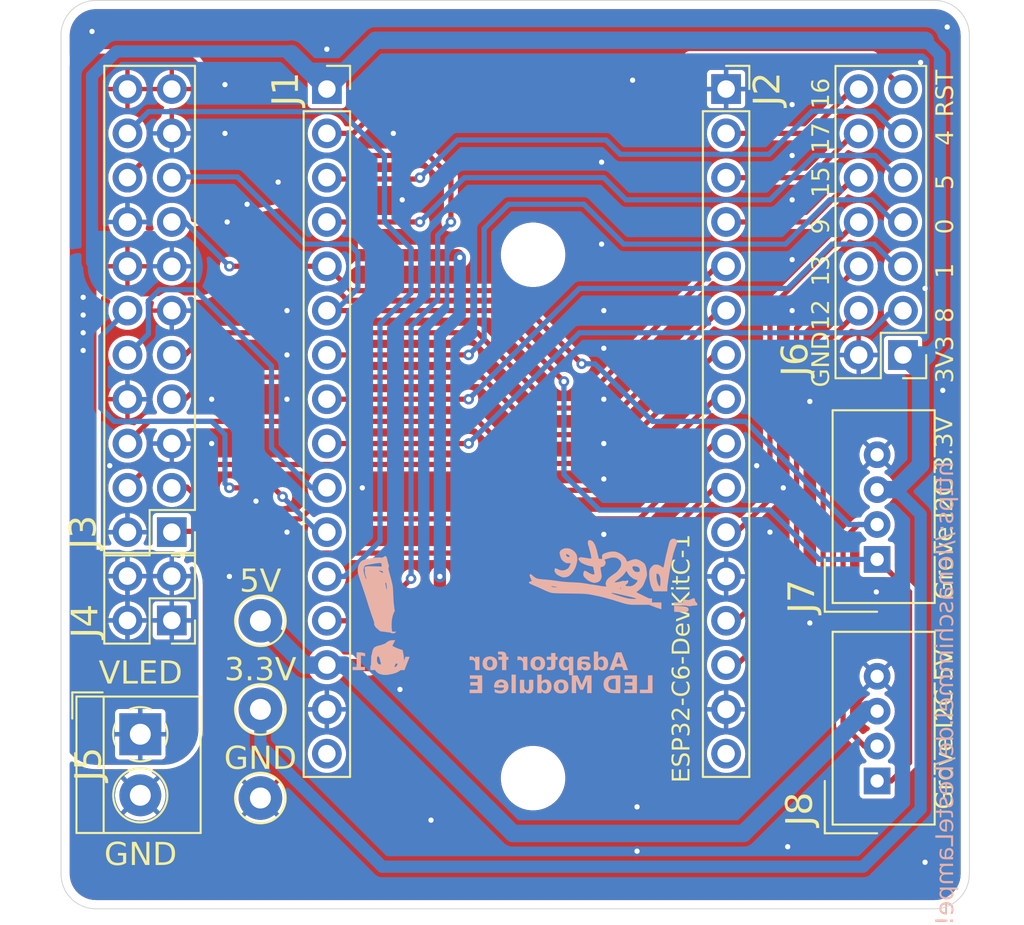
<source format=kicad_pcb>
(kicad_pcb (version 20240108) (generator "pcbnew") (generator_version "8.0")
  (title_block (title "besteLampe! LED Module E Adaptor") (date "2024-07-02") (rev "1.1") (comment 1 "See  https://lenaschimmel.de/besteLampe! for the source and more information") (comment 2 "This source describes Open Hardware and is licensed under the CERN-OHL-S v2.") (comment 3 "Copyright 2024 Lena Schimmel <mail@lenaschimmel.de>") (comment 4 "Design for JLCPCB 2 Layer Service"))
  (layers (0 "F.Cu" signal) (31 "B.Cu" signal) (34 "B.Paste" user) (35 "F.Paste" user) (36 "B.SilkS" user "B.Silkscreen") (37 "F.SilkS" user "F.Silkscreen") (38 "B.Mask" user) (39 "F.Mask" user) (44 "Edge.Cuts" user))
  (net 0 "")
  (net 1 "/LED_8")
  (net 2 "/SDA")
  (net 3 "/SCL")
  (net 4 "/ENABLE")
  (net 5 "GND")
  (net 6 "/LED_7")
  (net 7 "/ALERT")
  (net 8 "+5V")
  (net 10 "+3.3V")
  (net 11 "/LED_6")
  (net 12 "/LED_3")
  (net 14 "/LED_1")
  (net 15 "/LED_4")
  (net 16 "/LED_2")
  (net 17 "/LED_5")
  (net 18 "+4V")
  (net 19 "Net-(J1-Pin_9)")
  (net 20 "Net-(J1-Pin_2)")
  (net 21 "Net-(J1-Pin_8)")
  (net 22 "Net-(J1-Pin_7)")
  (net 23 "Net-(J1-Pin_4)")
  (net 24 "Net-(J1-Pin_3)")
  (net 25 "Net-(J2-Pin_13)")
  (net 26 "Net-(J2-Pin_4)")
  (net 27 "Net-(J2-Pin_2)")
  (net 28 "Net-(J2-Pin_14)")
  (net 29 "Net-(J2-Pin_11)")
  (net 30 "Net-(J2-Pin_3)")
  (footprint "Connector_PinHeader_2.54mm:PinHeader_2x07_P2.54mm_Vertical" (layer "F.Cu") (at 76.205 78.745 180)
    (property "Reference" "J6")
    (property "Value" "Conn_02x07_Odd_Even")
  )
  (footprint "MountingHole:MountingHole_3.2mm_M3" (layer "F.Cu") (at 55 103)
    (property "Reference" "H3" (hide yes))
    (property "Value" "MountingHole")
  )
  (footprint "Connector_PinHeader_2.54mm:PinHeader_2x02_P2.54mm_Vertical" (layer "F.Cu") (at 34.29 93.96 180)
    (property "Reference" "J4")
    (property "Value" "Conn_02x02_Odd_Even")
  )
  (footprint "Connector:NS-Tech_Grove_1x04_P2mm_Vertical" (layer "F.Cu") (at 74.7225 103.1625 180)
    (property "Reference" "J8")
    (property "Value" "Grove I2C 5V")
  )
  (footprint "TestPoint:TestPoint_THTPad_D2.5mm_Drill1.2mm" (layer "F.Cu") (at 39.37 93.98)
    (property "Reference" "H5" (hide yes))
    (property "Value" "MountingHole_Pad")
  )
  (footprint "TestPoint:TestPoint_THTPad_D2.5mm_Drill1.2mm" (layer "F.Cu") (at 39.37 104.14)
    (property "Reference" "H1" (hide yes))
    (property "Value" "MountingHole_Pad")
  )
  (footprint "Connector_PinSocket_2.54mm:PinSocket_1x16_P2.54mm_Vertical" (layer "F.Cu") (at 66.065 63.5)
    (property "Reference" "J2")
    (property "Value" "Conn_01x16_Socket")
  )
  (footprint "Connector_PinHeader_2.54mm:PinHeader_2x11_P2.54mm_Vertical" (layer "F.Cu") (at 34.29 88.9 180)
    (property "Reference" "J3")
    (property "Value" "Conn_02x11_Odd_Even")
  )
  (footprint "TestPoint:TestPoint_THTPad_D2.5mm_Drill1.2mm" (layer "F.Cu") (at 39.37 99.06)
    (property "Reference" "H4" (hide yes))
    (property "Value" "MountingHole_Pad")
  )
  (footprint "MountingHole:MountingHole_3.2mm_M3" (layer "F.Cu") (at 55 73)
    (property "Reference" "H2" (hide yes))
    (property "Value" "MountingHole")
  )
  (footprint "Symbol:OSHW-Logo_7.5x8mm_Copper" (layer "F.Cu") (at 55 95.25)
    (property "Reference" "REF**" (hide yes))
    (property "Value" "OSHW-Logo_7.5x8mm_Copper" (hide yes))
  )
  (footprint "Connector:NS-Tech_Grove_1x04_P2mm_Vertical" (layer "F.Cu") (at 74.7225 90.4625 180)
    (property "Reference" "J7")
    (property "Value" "Grove I2C 3.3V")
  )
  (footprint "TerminalBlock_4Ucon:TerminalBlock_4Ucon_1x02_P3.50mm_Horizontal" (layer "F.Cu") (at 32.485 100.485 -90)
    (property "Reference" "J5")
    (property "Value" "Screw_Terminal_01x02")
  )
  (footprint "Connector_PinSocket_2.54mm:PinSocket_1x16_P2.54mm_Vertical" (layer "F.Cu") (at 43.18 63.5)
    (property "Reference" "J1")
    (property "Value" "Conn_01x16_Socket")
  )
  (footprint "LOGO" (layer "B.Cu") (at 54.483 93.091 180)
    (property "Reference" "G***" (hide yes))
    (property "Value" "LOGO" (hide yes))
  )
  (gr_line (start 27.94 108.49) (end 27.94 60.42) (stroke (width 0.05)) (layer "Edge.Cuts"))
  (gr_arc (start 27.94 60.42) (mid 28.525786 59.005786) (end 29.94 58.42) (stroke (width 0.05)) (layer "Edge.Cuts"))
  (gr_line (start 78.01 110.49) (end 29.94 110.49) (stroke (width 0.05)) (layer "Edge.Cuts"))
  (gr_arc (start 78.01 58.42) (mid 79.424214 59.005786) (end 80.01 60.42) (stroke (width 0.05)) (layer "Edge.Cuts"))
  (gr_line (start 80.01 60.42) (end 80.01 108.49) (stroke (width 0.05)) (layer "Edge.Cuts"))
  (gr_arc (start 80.01 108.49) (mid 79.424214 109.904214) (end 78.01 110.49) (stroke (width 0.05)) (layer "Edge.Cuts"))
  (gr_line (start 29.94 58.42) (end 78.01 58.42) (stroke (width 0.05)) (layer "Edge.Cuts"))
  (gr_arc (start 29.94 110.49) (mid 28.525786 109.904214) (end 27.94 108.49) (stroke (width 0.05)) (layer "Edge.Cuts"))
  (gr_text "https://lenaschimmel.de/besteLampe!" (at 79.248 84.836 90) (layer "B.SilkS") (effects (font (size 1 1) (thickness 0.125)) (justify left bottom mirror)))
  (gr_text "LED Module E" (at 61.976 98.298 0) (layer "B.SilkS") (effects (font (size 1 1) (thickness 0.2) (bold yes)) (justify left bottom mirror)))
  (gr_text "Adaptor for       v1.1" (at 60.452 96.978502 0) (layer "B.SilkS") (effects (font (size 1 1) (thickness 0.2) (bold yes)) (justify left bottom mirror)))
  (gr_text "Grove I2C 5V" (at 79.2 100.2 90) (layer "F.SilkS") (effects (font (size 1 1) (thickness 0.25)) (justify bottom)))
  (gr_text "1" (at 79.248 73.914 90) (layer "F.SilkS") (effects (font (size 1 1) (thickness 0.3)) (justify bottom)))
  (gr_text "RST" (at 79.248 63.754 90) (layer "F.SilkS") (effects (font (size 1 1) (thickness 0.3)) (justify bottom)))
  (gr_text "5V" (at 39.37 92.53 0) (layer "F.SilkS") (effects (font (size 1.3 1.3) (thickness 0.3)) (justify bottom)))
  (gr_text "3.3V" (at 39.37 97.61 0) (layer "F.SilkS") (effects (font (size 1.3 1.3) (thickness 0.3)) (justify bottom)))
  (gr_text "GND" (at 72.136 78.994 90) (layer "F.SilkS") (effects (font (size 1 1) (thickness 0.3)) (justify bottom)))
  (gr_text "4" (at 79.248 66.294 90) (layer "F.SilkS") (effects (font (size 1 1) (thickness 0.3)) (justify bottom)))
  (gr_text "16" (at 72.136 63.754 90) (layer "F.SilkS") (effects (font (size 1 1) (thickness 0.3)) (justify bottom)))
  (gr_text "GND" (at 39.37 102.69 0) (layer "F.SilkS") (effects (font (size 1.3 1.3) (thickness 0.3)) (justify bottom)))
  (gr_text "VLED" (at 32.5 97.8 0) (layer "F.SilkS") (effects (font (size 1.3 1.3) (thickness 0.25)) (justify bottom)))
  (gr_text "GND" (at 32.5 108.2 0) (layer "F.SilkS") (effects (font (size 1.3 1.3) (thickness 0.3)) (justify bottom)))
  (gr_text "9" (at 72.136 71.374 90) (layer "F.SilkS") (effects (font (size 1 1) (thickness 0.3)) (justify bottom)))
  (gr_text "13" (at 72.136 73.914 90) (layer "F.SilkS") (effects (font (size 1 1) (thickness 0.25)) (justify bottom)))
  (gr_text "Grove I2C 3.3V" (at 79.2 87.5 90) (layer "F.SilkS") (effects (font (size 1 1) (thickness 0.25)) (justify bottom)))
  (gr_text "5" (at 79.248 68.834 90) (layer "F.SilkS") (effects (font (size 1 1) (thickness 0.3)) (justify bottom)))
  (gr_text "17" (at 72.136 66.294 90) (layer "F.SilkS") (effects (font (size 1 1) (thickness 0.3)) (justify bottom)))
  (gr_text "15" (at 72.136 68.834 90) (layer "F.SilkS") (effects (font (size 1 1) (thickness 0.3)) (justify bottom)))
  (gr_text "0" (at 79.248 71.374 90) (layer "F.SilkS") (effects (font (size 1 1) (thickness 0.3)) (justify bottom)))
  (gr_text "12" (at 72.136 76.454 90) (layer "F.SilkS") (effects (font (size 1 1) (thickness 0.25)) (justify bottom)))
  (gr_text "8" (at 79.248 76.454 90) (layer "F.SilkS") (effects (font (size 1 1) (thickness 0.3)) (justify bottom)))
  (gr_text "3V3" (at 79.248 78.994 90) (layer "F.SilkS") (effects (font (size 1 1) (thickness 0.3)) (justify bottom)))
  (gr_text "ESP32-C6-DevKitC-1" (at 64.135 96.139 90) (layer "F.SilkS") (effects (font (size 1 1) (thickness 0.3)) (justify bottom)))
  (segment (start 40.132 86.36) (end 37.592 86.36) (width 0.3) (layer "F.Cu") (net 1))
  (segment (start 40.64 86.868) (end 40.132 86.36) (width 0.3) (layer "F.Cu") (net 1))
  (via (at 40.64 86.868) (size 0.6) (drill 0.3) (layers "F.Cu" "B.Cu") (net 1))
  (via (at 37.592 86.36) (size 0.6) (drill 0.3) (layers "F.Cu" "B.Cu") (net 1))
  (segment (start 30.226 81.788) (end 30.226 77.684) (width 0.3) (layer "B.Cu") (net 1))
  (segment (start 30.226 77.684) (end 31.755 76.155) (width 0.3) (layer "B.Cu") (net 1))
  (segment (start 37.592 86.36) (end 37.338 86.106) (width 0.3) (layer "B.Cu") (net 1))
  (segment (start 30.988 82.55) (end 30.226 81.788) (width 0.3) (layer "B.Cu") (net 1))
  (segment (start 37.338 83.312) (end 36.576 82.55) (width 0.3) (layer "B.Cu") (net 1))
  (segment (start 43.18 88.9) (end 42.777943 88.9) (width 0.3) (layer "B.Cu") (net 1))
  (segment (start 42.672 88.9) (end 43.18 88.9) (width 0.3) (layer "B.Cu") (net 1))
  (segment (start 36.576 82.55) (end 30.988 82.55) (width 0.3) (layer "B.Cu") (net 1))
  (segment (start 40.64 86.868) (end 42.672 88.9) (width 0.3) (layer "B.Cu") (net 1))
  (segment (start 37.338 86.106) (end 37.338 83.312) (width 0.3) (layer "B.Cu") (net 1))
  (segment (start 72.771 89.33637) (end 72.771 99.949) (width 0.3) (layer "F.Cu") (net 2))
  (segment (start 43.18 73.66) (end 37.592 73.66) (width 0.3) (layer "F.Cu") (net 2))
  (segment (start 53.594 75.057) (end 57.785 79.248) (width 0.3) (layer "F.Cu") (net 2))
  (segment (start 44.577 75.057) (end 53.594 75.057) (width 0.3) (layer "F.Cu") (net 2))
  (segment (start 73.9845 101.1625) (end 74.7225 101.1625) (width 0.3) (layer "F.Cu") (net 2))
  (segment (start 73.64487 88.4625) (end 72.771 89.33637) (width 0.3) (layer "F.Cu") (net 2))
  (segment (start 43.18 73.66) (end 44.577 75.057) (width 0.3) (layer "F.Cu") (net 2))
  (segment (start 72.771 99.949) (end 73.9845 101.1625) (width 0.3) (layer "F.Cu") (net 2))
  (segment (start 74.7225 88.4625) (end 73.64487 88.4625) (width 0.3) (layer "F.Cu") (net 2))
  (via (at 57.785 79.248) (size 0.6) (drill 0.3) (layers "F.Cu" "B.Cu") (net 2))
  (via (at 37.592 73.66) (size 0.6) (drill 0.3) (layers "F.Cu" "B.Cu") (net 2))
  (segment (start 75.2545 88.4625) (end 74.7225 88.4625) (width 0.3) (layer "B.Cu") (net 2))
  (segment (start 57.785 79.248) (end 58.547 79.248) (width 0.3) (layer "B.Cu") (net 2))
  (segment (start 58.547 79.248) (end 61.849 82.55) (width 0.3) (layer "B.Cu") (net 2))
  (segment (start 35.007 71.075) (end 34.295 71.075) (width 0.3) (layer "B.Cu") (net 2))
  (segment (start 73.0955 88.4625) (end 74.7225 88.4625) (width 0.3) (layer "B.Cu") (net 2))
  (segment (start 67.183 82.55) (end 73.0955 88.4625) (width 0.3) (layer "B.Cu") (net 2))
  (segment (start 61.849 82.55) (end 67.183 82.55) (width 0.3) (layer "B.Cu") (net 2))
  (segment (start 37.592 73.66) (end 35.007 71.075) (width 0.3) (layer "B.Cu") (net 2))
  (segment (start 74.7225 90.4625) (end 76.581 92.321) (width 0.3) (layer "F.Cu") (net 3))
  (segment (start 52.705 76.2) (end 56.769 80.264) (width 0.3) (layer "F.Cu") (net 3))
  (segment (start 75.5265 103.1625) (end 74.7225 103.1625) (width 0.3) (layer "F.Cu") (net 3))
  (segment (start 43.18 76.2) (end 52.705 76.2) (width 0.3) (layer "F.Cu") (net 3))
  (segment (start 76.581 102.108) (end 75.5265 103.1625) (width 0.3) (layer "F.Cu") (net 3))
  (segment (start 76.581 92.321) (end 76.581 102.108) (width 0.3) (layer "F.Cu") (net 3))
  (via (at 56.769 80.264) (size 0.6) (drill 0.3) (layers "F.Cu" "B.Cu") (net 3))
  (segment (start 58.801 87.63) (end 68.58 87.63) (width 0.3) (layer "B.Cu") (net 3))
  (segment (start 56.769 85.598) (end 58.801 87.63) (width 0.3) (layer "B.Cu") (net 3))
  (segment (start 38.055 68.535) (end 41.91 72.39) (width 0.3) (layer "B.Cu") (net 3))
  (segment (start 71.4125 90.4625) (end 74.7225 90.4625) (width 0.3) (layer "B.Cu") (net 3))
  (segment (start 43.688 76.2) (end 43.18 76.2) (width 0.3) (layer "B.Cu") (net 3))
  (segment (start 44.958 74.93) (end 43.688 76.2) (width 0.3) (layer "B.Cu") (net 3))
  (segment (start 34.295 68.535) (end 38.055 68.535) (width 0.3) (layer "B.Cu") (net 3))
  (segment (start 44.45 72.39) (end 44.958 72.898) (width 0.3) (layer "B.Cu") (net 3))
  (segment (start 68.58 87.63) (end 71.4125 90.4625) (width 0.3) (layer "B.Cu") (net 3))
  (segment (start 41.91 72.39) (end 44.45 72.39) (width 0.3) (layer "B.Cu") (net 3))
  (segment (start 56.769 80.264) (end 56.769 85.598) (width 0.3) (layer "B.Cu") (net 3))
  (segment (start 44.958 72.898) (end 44.958 74.93) (width 0.3) (layer "B.Cu") (net 3))
  (segment (start 46.482 67.31) (end 46.482 71.12) (width 0.3) (layer "B.Cu") (net 4))
  (segment (start 43.967 64.795) (end 46.482 67.31) (width 0.3) (layer "B.Cu") (net 4))
  (segment (start 46.228 89.408) (end 44.196 91.44) (width 0.3) (layer "B.Cu") (net 4))
  (segment (start 48.006 72.644) (end 48.006 75.184) (width 0.3) (layer "B.Cu") (net 4))
  (segment (start 46.228 76.962) (end 46.228 89.408) (width 0.3) (layer "B.Cu") (net 4))
  (segment (start 31.755 65.995) (end 32.955 64.795) (width 0.3) (layer "B.Cu") (net 4))
  (segment (start 44.196 91.44) (end 43.18 91.44) (width 0.3) (layer "B.Cu") (net 4))
  (segment (start 32.955 64.795) (end 43.967 64.795) (width 0.3) (layer "B.Cu") (net 4))
  (segment (start 48.006 75.184) (end 46.228 76.962) (width 0.3) (layer "B.Cu") (net 4))
  (segment (start 46.482 71.12) (end 48.006 72.644) (width 0.3) (layer "B.Cu") (net 4))
  (via (at 68.58 88.9) (size 0.6) (drill 0.3) (layers "F.Cu" "B.Cu") (net 5))
  (via (at 70.866 81.407) (size 0.6) (drill 0.3) (layers "F.Cu" "B.Cu") (net 5))
  (via (at 69.85 73.279) (size 0.6) (drill 0.3) (layers "F.Cu" "B.Cu") (net 5))
  (via (at 37.465 71.12) (size 0.6) (drill 0.3) (layers "F.Cu" "B.Cu") (net 5))
  (via (at 30.734 85.09) (size 0.6) (drill 0.3) (layers "F.Cu" "B.Cu") (net 5))
  (via (at 78.74 59.944) (size 0.6) (drill 0.3) (layers "F.Cu" "B.Cu") (net 5))
  (via (at 69.596 106.934) (size 0.6) (drill 0.3) (layers "F.Cu" "B.Cu") (net 5))
  (via (at 46.99 66.04) (size 0.6) (drill 0.3) (layers "F.Cu" "B.Cu") (net 5))
  (via (at 40.386 68.834) (size 0.6) (drill 0.3) (layers "F.Cu" "B.Cu") (net 5))
  (via (at 39.116 87.122) (size 0.6) (drill 0.3) (layers "F.Cu" "B.Cu") (net 5))
  (via (at 59.055 81.28) (size 0.6) (drill 0.3) (layers "F.Cu" "B.Cu") (net 5))
  (via (at 77.47 107.823) (size 0.6) (drill 0.3) (layers "F.Cu" "B.Cu") (net 5))
  (via (at 38.608 70.104) (size 0.6) (drill 0.3) (layers "F.Cu" "B.Cu") (net 5))
  (via (at 36.576 81.28) (size 0.6) (drill 0.3) (layers "F.Cu" "B.Cu") (net 5))
  (via (at 60.96 104.648) (size 0.6) (drill 0.3) (layers "F.Cu" "B.Cu") (net 5))
  (via (at 29.718 60.198) (size 0.6) (drill 0.3) (layers "F.Cu" "B.Cu") (net 5))
  (via (at 59.055 83.82) (size 0.6) (drill 0.3) (layers "F.Cu" "B.Cu") (net 5))
  (via (at 40.894 76.2) (size 0.6) (drill 0.3) (layers "F.Cu" "B.Cu") (net 5))
  (via (at 69.85 67.31) (size 0.6) (drill 0.3) (layers "F.Cu" "B.Cu") (net 5))
  (via (at 74.676 92.329) (size 0.6) (drill 0.3) (layers "F.Cu" "B.Cu") (net 5))
  (via (at 58.928 72.39) (size 0.6) (drill 0.3) (layers "F.Cu" "B.Cu") (net 5))
  (via (at 47.371 97.917) (size 0.6) (drill 0.3) (layers "F.Cu" "B.Cu") (net 5))
  (via (at 60.96 107.188) (size 0.6) (drill 0.3) (layers "F.Cu" "B.Cu") (net 5))
  (via (at 49.149 105.41) (size 0.6) (drill 0.3) (layers "F.Cu" "B.Cu") (net 5))
  (via (at 40.894 88.9) (size 0.6) (drill 0.3) (layers "F.Cu" "B.Cu") (net 5))
  (via (at 67.818 85.09) (size 0.6) (drill 0.3) (layers "F.Cu" "B.Cu") (net 5))
  (via (at 43.18 61.214) (size 0.6) (drill 0.3) (layers "F.Cu" "B.Cu") (net 5))
  (via (at 77.216 61.976) (size 0.6) (drill 0.3) (layers "F.Cu" "B.Cu") (net 5))
  (via (at 45.212 86.36) (size 0.6) (drill 0.3) (layers "F.Cu" "B.Cu") (net 5))
  (via (at 36.576 83.82) (size 0.6) (drill 0.3) (layers "F.Cu" "B.Cu") (net 5))
  (via (at 60.706 62.992) (size 0.6) (drill 0.3) (layers "F.Cu" "B.Cu") (net 5))
  (via (at 58.928 67.691) (size 0.6) (drill 0.3) (layers "F.Cu" "B.Cu") (net 5))
  (via (at 77.47 74.93) (size 0.6) (drill 0.3) (layers "F.Cu" "B.Cu") (net 5))
  (via (at 37.592 91.44) (size 0.6) (drill 0.3) (layers "F.Cu" "B.Cu") (net 5))
  (via (at 69.85 69.85) (size 0.6) (drill 0.3) (layers "F.Cu" "B.Cu") (net 5))
  (via (at 69.342 86.36) (size 0.6) (drill 0.3) (layers "F.Cu" "B.Cu") (net 5))
  (via (at 59.055 85.852) (size 0.6) (drill 0.3) (layers "F.Cu" "B.Cu") (net 5))
  (via (at 59.055 76.2) (size 0.6) (drill 0.3) (layers "F.Cu" "B.Cu") (net 5))
  (via (at 47.498 69.85) (size 0.6) (drill 0.3) (layers "F.Cu" "B.Cu") (net 5))
  (via (at 59.055 78.359) (size 0.6) (drill 0.3) (layers "F.Cu" "B.Cu") (net 5))
  (via (at 40.894 78.74) (size 0.6) (drill 0.3) (layers "F.Cu" "B.Cu") (net 5))
  (via (at 59.055 89.027) (size 0.6) (drill 0.3) (layers "F.Cu" "B.Cu") (net 5))
  (via (at 70.866 94.107) (size 0.6) (drill 0.3) (layers "F.Cu" "B.Cu") (net 5))
  (via (at 69.85 64.389) (size 0.6) (drill 0.3) (layers "F.Cu" "B.Cu") (net 5))
  (via (at 78.486 80.772) (size 0.6) (drill 0.3) (layers "F.Cu" "B.Cu") (net 5))
  (via (at 37.338 63.246) (size 0.6) (drill 0.3) (layers "F.Cu" "B.Cu") (net 5))
  (via (at 40.894 81.28) (size 0.6) (drill 0.3) (layers "F.Cu" "B.Cu") (net 5))
  (via (at 69.85 76.2) (size 0.6) (drill 0.3) (layers "F.Cu" "B.Cu") (net 5))
  (via (at 37.338 66.04) (size 0.6) (drill 0.3) (layers "F.Cu" "B.Cu") (net 5))
  (segment (start 42.291 86.36) (end 40.005 84.074) (width 0.3) (layer "B.Cu") (net 6))
  (segment (start 32.95 75.635) (end 32.95 77.54) (width 0.3) (layer "B.Cu") (net 6))
  (segment (start 32.95 77.54) (end 31.75 78.74) (width 0.3) (layer "B.Cu") (net 6))
  (segment (start 40.005 84.074) (end 40.005 79.375) (width 0.3) (layer "B.Cu") (net 6))
  (segment (start 43.18 86.36) (end 42.291 86.36) (width 0.3) (layer "B.Cu") (net 6))
  (segment (start 33.585 75) (end 32.95 75.635) (width 0.3) (layer "B.Cu") (net 6))
  (segment (start 40.005 79.375) (end 35.63 75) (width 0.3) (layer "B.Cu") (net 6))
  (segment (start 35.63 75) (end 33.585 75) (width 0.3) (layer "B.Cu") (net 6))
  (segment (start 50.292 68.58) (end 49.022 67.31) (width 0.3) (layer "F.Cu") (net 7))
  (segment (start 45.593 93.98) (end 43.18 93.98) (width 0.3) (layer "F.Cu") (net 7))
  (segment (start 48.006 91.567) (end 45.593 93.98) (width 0.3) (layer "F.Cu") (net 7))
  (segment (start 50.292 71.12) (end 50.292 68.58) (width 0.3) (layer "F.Cu") (net 7))
  (segment (start 32.98 67.31) (end 31.755 68.535) (width 0.3) (layer "F.Cu") (net 7))
  (segment (start 49.022 67.31) (end 32.98 67.31) (width 0.3) (layer "F.Cu") (net 7))
  (via (at 48.006 91.567) (size 0.6) (drill 0.3) (layers "F.Cu" "B.Cu") (net 7))
  (via (at 50.292 71.12) (size 0.6) (drill 0.3) (layers "F.Cu" "B.Cu") (net 7))
  (segment (start 50.292 71.12) (end 49.53 71.882) (width 0.3) (layer "B.Cu") (net 7))
  (segment (start 48.006 77.089) (end 48.006 91.567) (width 0.3) (layer "B.Cu") (net 7))
  (segment (start 49.53 75.565) (end 48.006 77.089) (width 0.3) (layer "B.Cu") (net 7))
  (segment (start 49.53 71.882) (end 49.53 75.565) (width 0.3) (layer "B.Cu") (net 7))
  (segment (start 44.831 73.025) (end 44.704 72.898) (width 0.7) (layer "F.Cu") (net 8))
  (segment (start 45.593 96.52) (end 43.18 96.52) (width 0.7) (layer "F.Cu") (net 8))
  (segment (start 50.8 73.152) (end 50.673 73.025) (width 0.7) (layer "F.Cu") (net 8))
  (segment (start 49.657 92.456) (end 45.593 96.52) (width 0.7) (layer "F.Cu") (net 8))
  (segment (start 49.657 91.44) (end 49.657 92.456) (width 0.7) (layer "F.Cu") (net 8))
  (segment (start 50.673 73.025) (end 44.831 73.025) (width 0.7) (layer "F.Cu") (net 8))
  (via (at 50.8 73.152) (size 0.6) (drill 0.3) (layers "F.Cu" "B.Cu") (net 8))
  (via (at 49.657 91.44) (size 0.6) (drill 0.3) (layers "F.Cu" "B.Cu") (net 8))
  (segment (start 74.549 99.06) (end 74.168 99.06) (width 1) (layer "B.Cu") (net 8))
  (segment (start 44.196 96.52) (end 43.18 96.52) (width 1) (layer "B.Cu") (net 8))
  (segment (start 41.91 96.52) (end 39.37 93.98) (width 1) (layer "B.Cu") (net 8))
  (segment (start 49.657 77.597) (end 49.657 91.44) (width 0.7) (layer "B.Cu") (net 8))
  (segment (start 67.056 106.172) (end 53.848 106.172) (width 1) (layer "B.Cu") (net 8))
  (segment (start 43.18 96.52) (end 41.91 96.52) (width 1) (layer "B.Cu") (net 8))
  (segment (start 43.18 96.52) (end 43.688 96.52) (width 0.7) (layer "B.Cu") (net 8))
  (segment (start 74.168 99.06) (end 67.056 106.172) (width 1) (layer "B.Cu") (net 8))
  (segment (start 53.848 106.172) (end 44.196 96.52) (width 1) (layer "B.Cu") (net 8))
  (segment (start 50.8 76.454) (end 49.657 77.597) (width 0.7) (layer "B.Cu") (net 8))
  (segment (start 50.8 73.152) (end 50.8 76.454) (width 0.7) (layer "B.Cu") (net 8))
  (segment (start 77.486 60.706) (end 78.32 61.54) (width 0.7) (layer "B.Cu") (net 10))
  (segment (start 77.216 104.775) (end 73.914 108.077) (width 0.7) (layer "B.Cu") (net 10))
  (segment (start 29.718 73.406) (end 29.972 73.66) (width 0.7) (layer "B.Cu") (net 10))
  (segment (start 41.021 61.341) (end 31.115 61.341) (width 0.7) (layer "B.Cu") (net 10))
  (segment (start 46.355 108.077) (end 39.37 101.092) (width 0.7) (layer "B.Cu") (net 10))
  (segment (start 78.32 78.017) (end 77.592 78.745) (width 0.7) (layer "B.Cu") (net 10))
  (segment (start 43.18 63.5) (end 44.2595 62.4205) (width 1) (layer "B.Cu") (net 10))
  (segment (start 45.974 60.706) (end 44.2595 62.4205) (width 1) (layer "B.Cu") (net 10))
  (segment (start 77.216 79.756) (end 77.216 80.264) (width 1) (layer "B.Cu") (net 10))
  (segment (start 77.216 87.87837) (end 77.216 104.775) (width 0.7) (layer "B.Cu") (net 10))
  (segment (start 77.486 60.706) (end 45.974 60.706) (width 1) (layer "B.Cu") (net 10))
  (segment (start 77.216 79.121) (end 77.592 78.745) (width 1) (layer "B.Cu") (net 10))
  (segment (start 77.216 80.264) (end 77.216 85.04663) (width 1) (layer "B.Cu") (net 10))
  (segment (start 43.18 63.5) (end 41.148 61.468) (width 1) (layer "B.Cu") (net 10))
  (segment (start 76.205 78.745) (end 77.592 78.745) (width 1) (layer "B.Cu") (net 10))
  (segment (start 39.37 101.092) (end 39.37 99.06) (width 0.7) (layer "B.Cu") (net 10))
  (segment (start 44.196 62.484) (end 42.164 62.484) (width 1) (layer "B.Cu") (net 10))
  (segment (start 77.216 80.264) (end 77.216 79.121) (width 1) (layer "B.Cu") (net 10))
  (segment (start 73.914 108.077) (end 46.355 108.077) (width 0.7) (layer "B.Cu") (net 10))
  (segment (start 31.115 61.341) (end 29.718 62.738) (width 0.7) (layer "B.Cu") (net 10))
  (segment (start 41.148 61.468) (end 41.021 61.341) (width 0.7) (layer "B.Cu") (net 10))
  (segment (start 75.80013 86.4625) (end 77.216 87.87837) (width 0.7) (layer "B.Cu") (net 10))
  (segment (start 78.32 61.54) (end 78.32 78.017) (width 0.7) (layer "B.Cu") (net 10))
  (segment (start 77.216 85.04663) (end 75.80013 86.4625) (width 1) (layer "B.Cu") (net 10))
  (segment (start 29.718 62.738) (end 29.718 73.406) (width 0.7) (layer "B.Cu") (net 10))
  (segment (start 76.205 78.745) (end 77.216 79.756) (width 1) (layer "B.Cu") (net 10))
  (segment (start 44.2595 62.4205) (end 44.196 62.484) (width 1) (layer "B.Cu") (net 10))
  (segment (start 75.80013 86.4625) (end 74.7225 86.4625) (width 1) (layer "B.Cu") (net 10))
  (segment (start 57.404 81.788) (end 56.134 81.788) (width 0.3) (layer "F.Cu") (net 11))
  (segment (start 36.322 77.47) (end 35.097 78.695) (width 0.3) (layer "F.Cu") (net 11))
  (segment (start 35.097 78.695) (end 34.295 78.695) (width 0.3) (layer "F.Cu") (net 11))
  (segment (start 51.816 77.47) (end 36.322 77.47) (width 0.3) (layer "F.Cu") (net 11))
  (segment (start 66.04 73.66) (end 65.532 73.66) (width 0.3) (layer "F.Cu") (net 11))
  (segment (start 65.532 73.66) (end 57.404 81.788) (width 0.3) (layer "F.Cu") (net 11))
  (segment (start 56.134 81.788) (end 51.816 77.47) (width 0.3) (layer "F.Cu") (net 11))
  (segment (start 60.183 86.502) (end 52.282 86.502) (width 0.3) (layer "F.Cu") (net 12))
  (segment (start 33.05 85.02) (end 31.755 86.315) (width 0.3) (layer "F.Cu") (net 12))
  (segment (start 52.282 86.502) (end 50.8 85.02) (width 0.3) (layer "F.Cu") (net 12))
  (segment (start 66.04 81.28) (end 65.405 81.28) (width 0.3) (layer "F.Cu") (net 12))
  (segment (start 50.8 85.02) (end 33.05 85.02) (width 0.3) (layer "F.Cu") (net 12))
  (segment (start 65.405 81.28) (end 60.183 86.502) (width 0.3) (layer "F.Cu") (net 12))
  (segment (start 34.295 88.855) (end 35.515 88.855) (width 0.3) (layer "F.Cu") (net 14))
  (segment (start 36.76 90.1) (end 61.665 90.1) (width 0.3) (layer "F.Cu") (net 14))
  (segment (start 35.515 88.855) (end 36.76 90.1) (width 0.3) (layer "F.Cu") (net 14))
  (segment (start 65.405 86.36) (end 66.04 86.36) (width 0.3) (layer "F.Cu") (net 14))
  (segment (start 61.665 90.1) (end 65.405 86.36) (width 0.3) (layer "F.Cu") (net 14))
  (segment (start 54.2925 84.963) (end 59.182 84.963) (width 0.3) (layer "F.Cu") (net 15))
  (segment (start 32.98 82.55) (end 51.8795 82.55) (width 0.3) (layer "F.Cu") (net 15))
  (segment (start 59.182 84.963) (end 65.405 78.74) (width 0.3) (layer "F.Cu") (net 15))
  (segment (start 51.8795 82.55) (end 54.2925 84.963) (width 0.3) (layer "F.Cu") (net 15))
  (segment (start 65.405 78.74) (end 66.04 78.74) (width 0.3) (layer "F.Cu") (net 15))
  (segment (start 31.755 83.775) (end 32.98 82.55) (width 0.3) (layer "F.Cu") (net 15))
  (segment (start 66.04 83.82) (end 65.405 83.82) (width 0.3) (layer "F.Cu") (net 16))
  (segment (start 41.656 88.138) (end 36.982 88.138) (width 0.3) (layer "F.Cu") (net 16))
  (segment (start 42.164 87.63) (end 41.656 88.138) (width 0.3) (layer "F.Cu") (net 16))
  (segment (start 43.965029 87.63) (end 42.164 87.63) (width 0.3) (layer "F.Cu") (net 16))
  (segment (start 36.982 88.138) (end 35.159 86.315) (width 0.3) (layer "F.Cu") (net 16))
  (segment (start 35.159 86.315) (end 34.295 86.315) (width 0.3) (layer "F.Cu") (net 16))
  (segment (start 44.473029 88.138) (end 43.965029 87.63) (width 0.3) (layer "F.Cu") (net 16))
  (segment (start 65.405 83.82) (end 61.087 88.138) (width 0.3) (layer "F.Cu") (net 16))
  (segment (start 61.087 88.138) (end 44.473029 88.138) (width 0.3) (layer "F.Cu") (net 16))
  (segment (start 35.097 81.235) (end 34.295 81.235) (width 0.3) (layer "F.Cu") (net 17))
  (segment (start 66.04 76.2) (end 65.659 76.2) (width 0.3) (layer "F.Cu") (net 17))
  (segment (start 36.322 80.01) (end 35.097 81.235) (width 0.3) (layer "F.Cu") (net 17))
  (segment (start 65.659 76.2) (end 58.547 83.312) (width 0.3) (layer "F.Cu") (net 17))
  (segment (start 58.547 83.312) (end 55.372 83.312) (width 0.3) (layer "F.Cu") (net 17))
  (segment (start 55.372 83.312) (end 52.07 80.01) (width 0.3) (layer "F.Cu") (net 17))
  (segment (start 52.07 80.01) (end 36.322 80.01) (width 0.3) (layer "F.Cu") (net 17))
  (via (at 29.21 76.454) (size 0.6) (drill 0.3) (layers "F.Cu" "B.Cu") (net 18))
  (via (at 29.21 78.486) (size 0.6) (drill 0.3) (layers "F.Cu" "B.Cu") (net 18))
  (via (at 29.21 77.47) (size 0.6) (drill 0.3) (layers "F.Cu" "B.Cu") (net 18))
  (via (at 29.21 75.438) (size 0.6) (drill 0.3) (layers "F.Cu" "B.Cu") (net 18))
  (segment (start 51.308 83.82) (end 43.18 83.82) (width 0.3) (layer "F.Cu") (net 19))
  (via (at 51.308 83.82) (size 0.6) (drill 0.3) (layers "F.Cu" "B.Cu") (net 19))
  (segment (start 51.308 83.82) (end 57.658 77.47) (width 0.3) (layer "B.Cu") (net 19))
  (segment (start 75.358 76.407) (end 76.407 76.407) (width 0.3) (layer "B.Cu") (net 19))
  (segment (start 57.658 77.47) (end 74.295 77.47) (width 0.3) (layer "B.Cu") (net 19))
  (segment (start 74.295 77.47) (end 75.358 76.407) (width 0.3) (layer "B.Cu") (net 19))
  (segment (start 45.904 64.84) (end 44.704 66.04) (width 0.3) (layer "F.Cu") (net 20))
  (segment (start 64.008 61.722) (end 60.89 64.84) (width 0.3) (layer "F.Cu") (net 20))
  (segment (start 60.89 64.84) (end 45.904 64.84) (width 0.3) (layer "F.Cu") (net 20))
  (segment (start 44.704 66.04) (end 43.18 66.04) (width 0.3) (layer "F.Cu") (net 20))
  (segment (start 76.407 63.707) (end 74.422 61.722) (width 0.3) (layer "F.Cu") (net 20))
  (segment (start 74.422 61.722) (end 64.008 61.722) (width 0.3) (layer "F.Cu") (net 20))
  (segment (start 51.308 81.28) (end 43.18 81.28) (width 0.3) (layer "F.Cu") (net 21))
  (via (at 51.308 81.28) (size 0.6) (drill 0.3) (layers "F.Cu" "B.Cu") (net 21))
  (segment (start 74.549 72.39) (end 76.026 73.867) (width 0.3) (layer "B.Cu") (net 21))
  (segment (start 76.026 73.867) (end 76.407 73.867) (width 0.3) (layer "B.Cu") (net 21))
  (segment (start 72.136 72.39) (end 74.549 72.39) (width 0.3) (layer "B.Cu") (net 21))
  (segment (start 51.308 81.28) (end 57.658 74.93) (width 0.3) (layer "B.Cu") (net 21))
  (segment (start 57.658 74.93) (end 69.596 74.93) (width 0.3) (layer "B.Cu") (net 21))
  (segment (start 69.596 74.93) (end 72.136 72.39) (width 0.3) (layer "B.Cu") (net 21))
  (segment (start 51.308 78.74) (end 43.18 78.74) (width 0.3) (layer "F.Cu") (net 22))
  (via (at 51.308 78.74) (size 0.6) (drill 0.3) (layers "F.Cu" "B.Cu") (net 22))
  (segment (start 52.197 71.501) (end 53.594 70.104) (width 0.3) (layer "B.Cu") (net 22))
  (segment (start 52.197 77.851) (end 52.197 71.501) (width 0.3) (layer "B.Cu") (net 22))
  (segment (start 51.308 78.74) (end 52.197 77.851) (width 0.3) (layer "B.Cu") (net 22))
  (segment (start 60.198 72.39) (end 69.469 72.39) (width 0.3) (layer "B.Cu") (net 22))
  (segment (start 74.422 69.85) (end 75.899 71.327) (width 0.3) (layer "B.Cu") (net 22))
  (segment (start 57.912 70.104) (end 60.198 72.39) (width 0.3) (layer "B.Cu") (net 22))
  (segment (start 53.594 70.104) (end 57.912 70.104) (width 0.3) (layer "B.Cu") (net 22))
  (segment (start 75.899 71.327) (end 76.407 71.327) (width 0.3) (layer "B.Cu") (net 22))
  (segment (start 69.469 72.39) (end 72.009 69.85) (width 0.3) (layer "B.Cu") (net 22))
  (segment (start 72.009 69.85) (end 74.422 69.85) (width 0.3) (layer "B.Cu") (net 22))
  (segment (start 48.514 71.12) (end 43.18 71.12) (width 0.3) (layer "F.Cu") (net 23))
  (via (at 48.514 71.12) (size 0.6) (drill 0.3) (layers "F.Cu" "B.Cu") (net 23))
  (segment (start 76.0895 68.787) (end 76.407 68.787) (width 0.3) (layer "B.Cu") (net 23))
  (segment (start 68.58 69.85) (end 71.12 67.31) (width 0.3) (layer "B.Cu") (net 23))
  (segment (start 71.12 67.31) (end 74.6125 67.31) (width 0.3) (layer "B.Cu") (net 23))
  (segment (start 60.325 69.85) (end 68.58 69.85) (width 0.3) (layer "B.Cu") (net 23))
  (segment (start 48.514 71.12) (end 51.054 68.58) (width 0.3) (layer "B.Cu") (net 23))
  (segment (start 51.054 68.58) (end 59.055 68.58) (width 0.3) (layer "B.Cu") (net 23))
  (segment (start 74.6125 67.31) (end 76.0895 68.787) (width 0.3) (layer "B.Cu") (net 23))
  (segment (start 59.055 68.58) (end 60.325 69.85) (width 0.3) (layer "B.Cu") (net 23))
  (segment (start 48.514 68.58) (end 48.43538 68.65862) (width 0.3) (layer "F.Cu") (net 24))
  (segment (start 48.43538 68.65862) (end 43.25862 68.65862) (width 0.3) (layer "F.Cu") (net 24))
  (segment (start 43.25862 68.65862) (end 43.18 68.58) (width 0.3) (layer "F.Cu") (net 24))
  (via (at 48.514 68.58) (size 0.6) (drill 0.3) (layers "F.Cu" "B.Cu") (net 24))
  (segment (start 50.673 66.421) (end 59.182 66.421) (width 0.3) (layer "B.Cu") (net 24))
  (segment (start 74.549 64.77) (end 76.026 66.247) (width 0.3) (layer "B.Cu") (net 24))
  (segment (start 60.001 67.24) (end 68.523 67.24) (width 0.3) (layer "B.Cu") (net 24))
  (segment (start 48.514 68.58) (end 50.673 66.421) (width 0.3) (layer "B.Cu") (net 24))
  (segment (start 59.182 66.421) (end 60.001 67.24) (width 0.3) (layer "B.Cu") (net 24))
  (segment (start 68.523 67.24) (end 70.993 64.77) (width 0.3) (layer "B.Cu") (net 24))
  (segment (start 70.993 64.77) (end 74.549 64.77) (width 0.3) (layer "B.Cu") (net 24))
  (segment (start 76.026 66.247) (end 76.407 66.247) (width 0.3) (layer "B.Cu") (net 24))
  (segment (start 66.675 93.98) (end 66.04 93.98) (width 0.3) (layer "F.Cu") (net 25))
  (segment (start 70.104 77.216) (end 70.104 90.551) (width 0.3) (layer "F.Cu") (net 25))
  (segment (start 73.453 73.867) (end 70.104 77.216) (width 0.3) (layer "F.Cu") (net 25))
  (segment (start 73.867 73.867) (end 73.453 73.867) (width 0.3) (layer "F.Cu") (net 25))
  (segment (start 70.104 90.551) (end 66.675 93.98) (width 0.3) (layer "F.Cu") (net 25))
  (segment (start 73.867 68.787) (end 73.199 68.787) (width 0.3) (layer "F.Cu") (net 26))
  (segment (start 73.199 68.787) (end 70.866 71.12) (width 0.3) (layer "F.Cu") (net 26))
  (segment (start 70.866 71.12) (end 66.04 71.12) (width 0.3) (layer "F.Cu") (net 26))
  (segment (start 73.112 63.707) (end 70.779 66.04) (width 0.3) (layer "F.Cu") (net 27))
  (segment (start 73.867 63.707) (end 73.112 63.707) (width 0.3) (layer "F.Cu") (net 27))
  (segment (start 70.779 66.04) (end 66.04 66.04) (width 0.3) (layer "F.Cu") (net 27))
  (segment (start 73.867 76.407) (end 73.453 76.407) (width 0.3) (layer "F.Cu") (net 28))
  (segment (start 71.628 78.232) (end 71.628 91.567) (width 0.3) (layer "F.Cu") (net 28))
  (segment (start 66.675 96.52) (end 66.04 96.52) (width 0.3) (layer "F.Cu") (net 28))
  (segment (start 71.628 91.567) (end 66.675 96.52) (width 0.3) (layer "F.Cu") (net 28))
  (segment (start 73.453 76.407) (end 71.628 78.232) (width 0.3) (layer "F.Cu") (net 28))
  (segment (start 68.58 76.073) (end 68.58 86.995) (width 0.3) (layer "F.Cu") (net 29))
  (segment (start 73.326 71.327) (end 68.58 76.073) (width 0.3) (layer "F.Cu") (net 29))
  (segment (start 66.675 88.9) (end 66.04 88.9) (width 0.3) (layer "F.Cu") (net 29))
  (segment (start 68.58 86.995) (end 66.675 88.9) (width 0.3) (layer "F.Cu") (net 29))
  (segment (start 73.867 71.327) (end 73.326 71.327) (width 0.3) (layer "F.Cu") (net 29))
  (segment (start 70.866 68.58) (end 66.04 68.58) (width 0.3) (layer "F.Cu") (net 30))
  (segment (start 73.867 66.247) (end 73.199 66.247) (width 0.3) (layer "F.Cu") (net 30))
  (segment (start 73.199 66.247) (end 70.866 68.58) (width 0.3) (layer "F.Cu") (net 30))
  (zone (net 8) (net_name "+5V") (layer "F.Cu") (priority 3) (connect_pads (clearance 0.25)) (min_thickness 0.25) (fill yes (thermal_gap 0.25) (thermal_bridge_width 0.25) (smoothing fillet) (radius 1))
    (polygon (pts (xy 30.226 75.438) (xy 36.354627 75.311) (xy 38.17174 73.650134) (xy 44.958 73.787) (xy 44.958 69.342) (xy 33.274 71.882) (xy 30.226 71.882)))
  )
  (zone (net 18) (net_name "+4V") (layer "F.Cu") (priority 2) (connect_pads (clearance 0.25)) (min_thickness 0.25) (fill yes (thermal_gap 0.25) (thermal_bridge_width 0.25) (smoothing fillet) (radius 2))
    (polygon (pts (xy 33.02 67.056) (xy 34.036 64.008) (xy 36.068 64.008) (xy 36.068 61.468) (xy 27.94 61.468) (xy 27.94 102.235) (xy 35.814 102.235) (xy 35.814 98.044) (xy 35.814 96.52) (xy 35.814 89.916) (xy 29.972 89.916) (xy 29.972 74.93) (xy 31.75 68.58)))
  )
  (zone (net 5) (net_name "GND") (layers "F&B.Cu") (priority 1) (connect_pads (clearance 0.25)) (min_thickness 0.25) (fill yes (thermal_gap 0.25) (thermal_bridge_width 0.25))
    (polygon (pts (xy 27.94 65.786) (xy 27.94 58.42) (xy 80.01 58.42) (xy 80.01 110.49) (xy 27.94 110.49)))
  )
  (zone (net 18) (net_name "+4V") (layer "B.Cu") (priority 2) (connect_pads (clearance 0.25)) (min_thickness 0.25) (fill yes (thermal_gap 0.25) (thermal_bridge_width 0.25) (smoothing fillet) (radius 2))
    (polygon (pts (xy 27.94 72.898) (xy 27.94 102.235) (xy 35.814 102.235) (xy 35.814 98.044) (xy 35.814 95.758) (xy 35.814 89.916) (xy 29.972 89.916) (xy 29.972 78.994) (xy 31.496 76.2) (xy 29.972 72.898)))
  )
  (zone (net 10) (net_name "+3.3V") (layer "B.Cu") (priority 4) (connect_pads (clearance 0.25)) (min_thickness 0.25) (fill yes (thermal_gap 0.25) (thermal_bridge_width 0.25) (smoothing fillet) (radius 2))
    (polygon (pts (xy 36.068 75.692) (xy 29.464 75.692) (xy 29.464 71.628) (xy 30.48 71.628) (xy 36.068 71.628)))
  )
)
</source>
